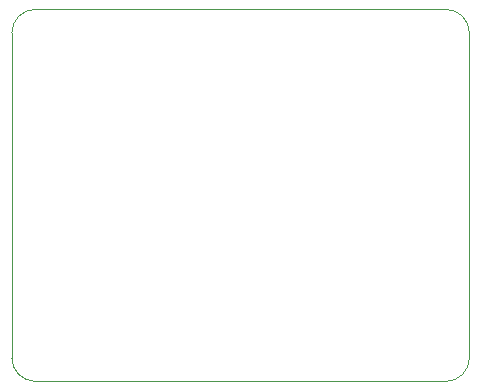
<source format=gm1>
%TF.GenerationSoftware,KiCad,Pcbnew,(5.1.8-0-10_14)*%
%TF.CreationDate,2021-06-26T19:18:40+01:00*%
%TF.ProjectId,breadboard-power-distrib,62726561-6462-46f6-9172-642d706f7765,v01*%
%TF.SameCoordinates,Original*%
%TF.FileFunction,Profile,NP*%
%FSLAX46Y46*%
G04 Gerber Fmt 4.6, Leading zero omitted, Abs format (unit mm)*
G04 Created by KiCad (PCBNEW (5.1.8-0-10_14)) date 2021-06-26 19:18:40*
%MOMM*%
%LPD*%
G01*
G04 APERTURE LIST*
%TA.AperFunction,Profile*%
%ADD10C,0.050000*%
%TD*%
G04 APERTURE END LIST*
D10*
X80000000Y-58750000D02*
G75*
G02*
X82000000Y-56750000I2000000J0D01*
G01*
X82000000Y-88250000D02*
G75*
G02*
X80000000Y-86250000I0J2000000D01*
G01*
X118750000Y-86250000D02*
G75*
G02*
X116750000Y-88250000I-2000000J0D01*
G01*
X116750000Y-56750000D02*
G75*
G02*
X118750000Y-58750000I0J-2000000D01*
G01*
X82000000Y-56750000D02*
X116750000Y-56750000D01*
X80000000Y-86250000D02*
X80000000Y-58750000D01*
X116750000Y-88250000D02*
X82000000Y-88250000D01*
X118750000Y-58750000D02*
X118750000Y-86250000D01*
M02*

</source>
